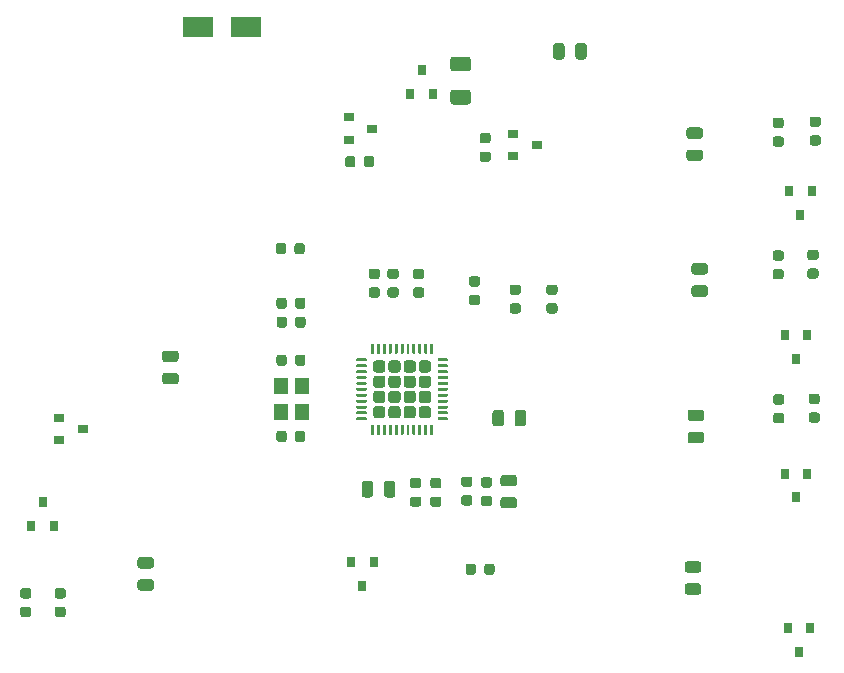
<source format=gbp>
G04 #@! TF.GenerationSoftware,KiCad,Pcbnew,5.1.7-a382d34a8~87~ubuntu20.04.1*
G04 #@! TF.CreationDate,2020-11-13T16:05:12-05:00*
G04 #@! TF.ProjectId,atmega32u4_hub_pcb_1_3,61746d65-6761-4333-9275-345f6875625f,1.3*
G04 #@! TF.SameCoordinates,Original*
G04 #@! TF.FileFunction,Paste,Bot*
G04 #@! TF.FilePolarity,Positive*
%FSLAX46Y46*%
G04 Gerber Fmt 4.6, Leading zero omitted, Abs format (unit mm)*
G04 Created by KiCad (PCBNEW 5.1.7-a382d34a8~87~ubuntu20.04.1) date 2020-11-13 16:05:12*
%MOMM*%
%LPD*%
G01*
G04 APERTURE LIST*
%ADD10R,0.900000X0.800000*%
%ADD11R,0.800000X0.900000*%
%ADD12R,1.200000X1.400000*%
%ADD13R,2.500000X1.800000*%
G04 APERTURE END LIST*
G36*
G01*
X145629900Y-109259600D02*
X145504900Y-109259600D01*
G75*
G02*
X145442400Y-109197100I0J62500D01*
G01*
X145442400Y-108447100D01*
G75*
G02*
X145504900Y-108384600I62500J0D01*
G01*
X145629900Y-108384600D01*
G75*
G02*
X145692400Y-108447100I0J-62500D01*
G01*
X145692400Y-109197100D01*
G75*
G02*
X145629900Y-109259600I-62500J0D01*
G01*
G37*
G36*
G01*
X145129900Y-109259600D02*
X145004900Y-109259600D01*
G75*
G02*
X144942400Y-109197100I0J62500D01*
G01*
X144942400Y-108447100D01*
G75*
G02*
X145004900Y-108384600I62500J0D01*
G01*
X145129900Y-108384600D01*
G75*
G02*
X145192400Y-108447100I0J-62500D01*
G01*
X145192400Y-109197100D01*
G75*
G02*
X145129900Y-109259600I-62500J0D01*
G01*
G37*
G36*
G01*
X144629900Y-109259600D02*
X144504900Y-109259600D01*
G75*
G02*
X144442400Y-109197100I0J62500D01*
G01*
X144442400Y-108447100D01*
G75*
G02*
X144504900Y-108384600I62500J0D01*
G01*
X144629900Y-108384600D01*
G75*
G02*
X144692400Y-108447100I0J-62500D01*
G01*
X144692400Y-109197100D01*
G75*
G02*
X144629900Y-109259600I-62500J0D01*
G01*
G37*
G36*
G01*
X144129900Y-109259600D02*
X144004900Y-109259600D01*
G75*
G02*
X143942400Y-109197100I0J62500D01*
G01*
X143942400Y-108447100D01*
G75*
G02*
X144004900Y-108384600I62500J0D01*
G01*
X144129900Y-108384600D01*
G75*
G02*
X144192400Y-108447100I0J-62500D01*
G01*
X144192400Y-109197100D01*
G75*
G02*
X144129900Y-109259600I-62500J0D01*
G01*
G37*
G36*
G01*
X143629900Y-109259600D02*
X143504900Y-109259600D01*
G75*
G02*
X143442400Y-109197100I0J62500D01*
G01*
X143442400Y-108447100D01*
G75*
G02*
X143504900Y-108384600I62500J0D01*
G01*
X143629900Y-108384600D01*
G75*
G02*
X143692400Y-108447100I0J-62500D01*
G01*
X143692400Y-109197100D01*
G75*
G02*
X143629900Y-109259600I-62500J0D01*
G01*
G37*
G36*
G01*
X143129900Y-109259600D02*
X143004900Y-109259600D01*
G75*
G02*
X142942400Y-109197100I0J62500D01*
G01*
X142942400Y-108447100D01*
G75*
G02*
X143004900Y-108384600I62500J0D01*
G01*
X143129900Y-108384600D01*
G75*
G02*
X143192400Y-108447100I0J-62500D01*
G01*
X143192400Y-109197100D01*
G75*
G02*
X143129900Y-109259600I-62500J0D01*
G01*
G37*
G36*
G01*
X142629900Y-109259600D02*
X142504900Y-109259600D01*
G75*
G02*
X142442400Y-109197100I0J62500D01*
G01*
X142442400Y-108447100D01*
G75*
G02*
X142504900Y-108384600I62500J0D01*
G01*
X142629900Y-108384600D01*
G75*
G02*
X142692400Y-108447100I0J-62500D01*
G01*
X142692400Y-109197100D01*
G75*
G02*
X142629900Y-109259600I-62500J0D01*
G01*
G37*
G36*
G01*
X142129900Y-109259600D02*
X142004900Y-109259600D01*
G75*
G02*
X141942400Y-109197100I0J62500D01*
G01*
X141942400Y-108447100D01*
G75*
G02*
X142004900Y-108384600I62500J0D01*
G01*
X142129900Y-108384600D01*
G75*
G02*
X142192400Y-108447100I0J-62500D01*
G01*
X142192400Y-109197100D01*
G75*
G02*
X142129900Y-109259600I-62500J0D01*
G01*
G37*
G36*
G01*
X141629900Y-109259600D02*
X141504900Y-109259600D01*
G75*
G02*
X141442400Y-109197100I0J62500D01*
G01*
X141442400Y-108447100D01*
G75*
G02*
X141504900Y-108384600I62500J0D01*
G01*
X141629900Y-108384600D01*
G75*
G02*
X141692400Y-108447100I0J-62500D01*
G01*
X141692400Y-109197100D01*
G75*
G02*
X141629900Y-109259600I-62500J0D01*
G01*
G37*
G36*
G01*
X141129900Y-109259600D02*
X141004900Y-109259600D01*
G75*
G02*
X140942400Y-109197100I0J62500D01*
G01*
X140942400Y-108447100D01*
G75*
G02*
X141004900Y-108384600I62500J0D01*
G01*
X141129900Y-108384600D01*
G75*
G02*
X141192400Y-108447100I0J-62500D01*
G01*
X141192400Y-109197100D01*
G75*
G02*
X141129900Y-109259600I-62500J0D01*
G01*
G37*
G36*
G01*
X140629900Y-109259600D02*
X140504900Y-109259600D01*
G75*
G02*
X140442400Y-109197100I0J62500D01*
G01*
X140442400Y-108447100D01*
G75*
G02*
X140504900Y-108384600I62500J0D01*
G01*
X140629900Y-108384600D01*
G75*
G02*
X140692400Y-108447100I0J-62500D01*
G01*
X140692400Y-109197100D01*
G75*
G02*
X140629900Y-109259600I-62500J0D01*
G01*
G37*
G36*
G01*
X140004900Y-108009600D02*
X139254900Y-108009600D01*
G75*
G02*
X139192400Y-107947100I0J62500D01*
G01*
X139192400Y-107822100D01*
G75*
G02*
X139254900Y-107759600I62500J0D01*
G01*
X140004900Y-107759600D01*
G75*
G02*
X140067400Y-107822100I0J-62500D01*
G01*
X140067400Y-107947100D01*
G75*
G02*
X140004900Y-108009600I-62500J0D01*
G01*
G37*
G36*
G01*
X140004900Y-107509600D02*
X139254900Y-107509600D01*
G75*
G02*
X139192400Y-107447100I0J62500D01*
G01*
X139192400Y-107322100D01*
G75*
G02*
X139254900Y-107259600I62500J0D01*
G01*
X140004900Y-107259600D01*
G75*
G02*
X140067400Y-107322100I0J-62500D01*
G01*
X140067400Y-107447100D01*
G75*
G02*
X140004900Y-107509600I-62500J0D01*
G01*
G37*
G36*
G01*
X140004900Y-107009600D02*
X139254900Y-107009600D01*
G75*
G02*
X139192400Y-106947100I0J62500D01*
G01*
X139192400Y-106822100D01*
G75*
G02*
X139254900Y-106759600I62500J0D01*
G01*
X140004900Y-106759600D01*
G75*
G02*
X140067400Y-106822100I0J-62500D01*
G01*
X140067400Y-106947100D01*
G75*
G02*
X140004900Y-107009600I-62500J0D01*
G01*
G37*
G36*
G01*
X140004900Y-106509600D02*
X139254900Y-106509600D01*
G75*
G02*
X139192400Y-106447100I0J62500D01*
G01*
X139192400Y-106322100D01*
G75*
G02*
X139254900Y-106259600I62500J0D01*
G01*
X140004900Y-106259600D01*
G75*
G02*
X140067400Y-106322100I0J-62500D01*
G01*
X140067400Y-106447100D01*
G75*
G02*
X140004900Y-106509600I-62500J0D01*
G01*
G37*
G36*
G01*
X140004900Y-106009600D02*
X139254900Y-106009600D01*
G75*
G02*
X139192400Y-105947100I0J62500D01*
G01*
X139192400Y-105822100D01*
G75*
G02*
X139254900Y-105759600I62500J0D01*
G01*
X140004900Y-105759600D01*
G75*
G02*
X140067400Y-105822100I0J-62500D01*
G01*
X140067400Y-105947100D01*
G75*
G02*
X140004900Y-106009600I-62500J0D01*
G01*
G37*
G36*
G01*
X140004900Y-105509600D02*
X139254900Y-105509600D01*
G75*
G02*
X139192400Y-105447100I0J62500D01*
G01*
X139192400Y-105322100D01*
G75*
G02*
X139254900Y-105259600I62500J0D01*
G01*
X140004900Y-105259600D01*
G75*
G02*
X140067400Y-105322100I0J-62500D01*
G01*
X140067400Y-105447100D01*
G75*
G02*
X140004900Y-105509600I-62500J0D01*
G01*
G37*
G36*
G01*
X140004900Y-105009600D02*
X139254900Y-105009600D01*
G75*
G02*
X139192400Y-104947100I0J62500D01*
G01*
X139192400Y-104822100D01*
G75*
G02*
X139254900Y-104759600I62500J0D01*
G01*
X140004900Y-104759600D01*
G75*
G02*
X140067400Y-104822100I0J-62500D01*
G01*
X140067400Y-104947100D01*
G75*
G02*
X140004900Y-105009600I-62500J0D01*
G01*
G37*
G36*
G01*
X140004900Y-104509600D02*
X139254900Y-104509600D01*
G75*
G02*
X139192400Y-104447100I0J62500D01*
G01*
X139192400Y-104322100D01*
G75*
G02*
X139254900Y-104259600I62500J0D01*
G01*
X140004900Y-104259600D01*
G75*
G02*
X140067400Y-104322100I0J-62500D01*
G01*
X140067400Y-104447100D01*
G75*
G02*
X140004900Y-104509600I-62500J0D01*
G01*
G37*
G36*
G01*
X140004900Y-104009600D02*
X139254900Y-104009600D01*
G75*
G02*
X139192400Y-103947100I0J62500D01*
G01*
X139192400Y-103822100D01*
G75*
G02*
X139254900Y-103759600I62500J0D01*
G01*
X140004900Y-103759600D01*
G75*
G02*
X140067400Y-103822100I0J-62500D01*
G01*
X140067400Y-103947100D01*
G75*
G02*
X140004900Y-104009600I-62500J0D01*
G01*
G37*
G36*
G01*
X140004900Y-103509600D02*
X139254900Y-103509600D01*
G75*
G02*
X139192400Y-103447100I0J62500D01*
G01*
X139192400Y-103322100D01*
G75*
G02*
X139254900Y-103259600I62500J0D01*
G01*
X140004900Y-103259600D01*
G75*
G02*
X140067400Y-103322100I0J-62500D01*
G01*
X140067400Y-103447100D01*
G75*
G02*
X140004900Y-103509600I-62500J0D01*
G01*
G37*
G36*
G01*
X140004900Y-103009600D02*
X139254900Y-103009600D01*
G75*
G02*
X139192400Y-102947100I0J62500D01*
G01*
X139192400Y-102822100D01*
G75*
G02*
X139254900Y-102759600I62500J0D01*
G01*
X140004900Y-102759600D01*
G75*
G02*
X140067400Y-102822100I0J-62500D01*
G01*
X140067400Y-102947100D01*
G75*
G02*
X140004900Y-103009600I-62500J0D01*
G01*
G37*
G36*
G01*
X140629900Y-102384600D02*
X140504900Y-102384600D01*
G75*
G02*
X140442400Y-102322100I0J62500D01*
G01*
X140442400Y-101572100D01*
G75*
G02*
X140504900Y-101509600I62500J0D01*
G01*
X140629900Y-101509600D01*
G75*
G02*
X140692400Y-101572100I0J-62500D01*
G01*
X140692400Y-102322100D01*
G75*
G02*
X140629900Y-102384600I-62500J0D01*
G01*
G37*
G36*
G01*
X141129900Y-102384600D02*
X141004900Y-102384600D01*
G75*
G02*
X140942400Y-102322100I0J62500D01*
G01*
X140942400Y-101572100D01*
G75*
G02*
X141004900Y-101509600I62500J0D01*
G01*
X141129900Y-101509600D01*
G75*
G02*
X141192400Y-101572100I0J-62500D01*
G01*
X141192400Y-102322100D01*
G75*
G02*
X141129900Y-102384600I-62500J0D01*
G01*
G37*
G36*
G01*
X141629900Y-102384600D02*
X141504900Y-102384600D01*
G75*
G02*
X141442400Y-102322100I0J62500D01*
G01*
X141442400Y-101572100D01*
G75*
G02*
X141504900Y-101509600I62500J0D01*
G01*
X141629900Y-101509600D01*
G75*
G02*
X141692400Y-101572100I0J-62500D01*
G01*
X141692400Y-102322100D01*
G75*
G02*
X141629900Y-102384600I-62500J0D01*
G01*
G37*
G36*
G01*
X142129900Y-102384600D02*
X142004900Y-102384600D01*
G75*
G02*
X141942400Y-102322100I0J62500D01*
G01*
X141942400Y-101572100D01*
G75*
G02*
X142004900Y-101509600I62500J0D01*
G01*
X142129900Y-101509600D01*
G75*
G02*
X142192400Y-101572100I0J-62500D01*
G01*
X142192400Y-102322100D01*
G75*
G02*
X142129900Y-102384600I-62500J0D01*
G01*
G37*
G36*
G01*
X142629900Y-102384600D02*
X142504900Y-102384600D01*
G75*
G02*
X142442400Y-102322100I0J62500D01*
G01*
X142442400Y-101572100D01*
G75*
G02*
X142504900Y-101509600I62500J0D01*
G01*
X142629900Y-101509600D01*
G75*
G02*
X142692400Y-101572100I0J-62500D01*
G01*
X142692400Y-102322100D01*
G75*
G02*
X142629900Y-102384600I-62500J0D01*
G01*
G37*
G36*
G01*
X143129900Y-102384600D02*
X143004900Y-102384600D01*
G75*
G02*
X142942400Y-102322100I0J62500D01*
G01*
X142942400Y-101572100D01*
G75*
G02*
X143004900Y-101509600I62500J0D01*
G01*
X143129900Y-101509600D01*
G75*
G02*
X143192400Y-101572100I0J-62500D01*
G01*
X143192400Y-102322100D01*
G75*
G02*
X143129900Y-102384600I-62500J0D01*
G01*
G37*
G36*
G01*
X143629900Y-102384600D02*
X143504900Y-102384600D01*
G75*
G02*
X143442400Y-102322100I0J62500D01*
G01*
X143442400Y-101572100D01*
G75*
G02*
X143504900Y-101509600I62500J0D01*
G01*
X143629900Y-101509600D01*
G75*
G02*
X143692400Y-101572100I0J-62500D01*
G01*
X143692400Y-102322100D01*
G75*
G02*
X143629900Y-102384600I-62500J0D01*
G01*
G37*
G36*
G01*
X144129900Y-102384600D02*
X144004900Y-102384600D01*
G75*
G02*
X143942400Y-102322100I0J62500D01*
G01*
X143942400Y-101572100D01*
G75*
G02*
X144004900Y-101509600I62500J0D01*
G01*
X144129900Y-101509600D01*
G75*
G02*
X144192400Y-101572100I0J-62500D01*
G01*
X144192400Y-102322100D01*
G75*
G02*
X144129900Y-102384600I-62500J0D01*
G01*
G37*
G36*
G01*
X144629900Y-102384600D02*
X144504900Y-102384600D01*
G75*
G02*
X144442400Y-102322100I0J62500D01*
G01*
X144442400Y-101572100D01*
G75*
G02*
X144504900Y-101509600I62500J0D01*
G01*
X144629900Y-101509600D01*
G75*
G02*
X144692400Y-101572100I0J-62500D01*
G01*
X144692400Y-102322100D01*
G75*
G02*
X144629900Y-102384600I-62500J0D01*
G01*
G37*
G36*
G01*
X145129900Y-102384600D02*
X145004900Y-102384600D01*
G75*
G02*
X144942400Y-102322100I0J62500D01*
G01*
X144942400Y-101572100D01*
G75*
G02*
X145004900Y-101509600I62500J0D01*
G01*
X145129900Y-101509600D01*
G75*
G02*
X145192400Y-101572100I0J-62500D01*
G01*
X145192400Y-102322100D01*
G75*
G02*
X145129900Y-102384600I-62500J0D01*
G01*
G37*
G36*
G01*
X145629900Y-102384600D02*
X145504900Y-102384600D01*
G75*
G02*
X145442400Y-102322100I0J62500D01*
G01*
X145442400Y-101572100D01*
G75*
G02*
X145504900Y-101509600I62500J0D01*
G01*
X145629900Y-101509600D01*
G75*
G02*
X145692400Y-101572100I0J-62500D01*
G01*
X145692400Y-102322100D01*
G75*
G02*
X145629900Y-102384600I-62500J0D01*
G01*
G37*
G36*
G01*
X146879900Y-103009600D02*
X146129900Y-103009600D01*
G75*
G02*
X146067400Y-102947100I0J62500D01*
G01*
X146067400Y-102822100D01*
G75*
G02*
X146129900Y-102759600I62500J0D01*
G01*
X146879900Y-102759600D01*
G75*
G02*
X146942400Y-102822100I0J-62500D01*
G01*
X146942400Y-102947100D01*
G75*
G02*
X146879900Y-103009600I-62500J0D01*
G01*
G37*
G36*
G01*
X146879900Y-103509600D02*
X146129900Y-103509600D01*
G75*
G02*
X146067400Y-103447100I0J62500D01*
G01*
X146067400Y-103322100D01*
G75*
G02*
X146129900Y-103259600I62500J0D01*
G01*
X146879900Y-103259600D01*
G75*
G02*
X146942400Y-103322100I0J-62500D01*
G01*
X146942400Y-103447100D01*
G75*
G02*
X146879900Y-103509600I-62500J0D01*
G01*
G37*
G36*
G01*
X146879900Y-104009600D02*
X146129900Y-104009600D01*
G75*
G02*
X146067400Y-103947100I0J62500D01*
G01*
X146067400Y-103822100D01*
G75*
G02*
X146129900Y-103759600I62500J0D01*
G01*
X146879900Y-103759600D01*
G75*
G02*
X146942400Y-103822100I0J-62500D01*
G01*
X146942400Y-103947100D01*
G75*
G02*
X146879900Y-104009600I-62500J0D01*
G01*
G37*
G36*
G01*
X146879900Y-104509600D02*
X146129900Y-104509600D01*
G75*
G02*
X146067400Y-104447100I0J62500D01*
G01*
X146067400Y-104322100D01*
G75*
G02*
X146129900Y-104259600I62500J0D01*
G01*
X146879900Y-104259600D01*
G75*
G02*
X146942400Y-104322100I0J-62500D01*
G01*
X146942400Y-104447100D01*
G75*
G02*
X146879900Y-104509600I-62500J0D01*
G01*
G37*
G36*
G01*
X146879900Y-105009600D02*
X146129900Y-105009600D01*
G75*
G02*
X146067400Y-104947100I0J62500D01*
G01*
X146067400Y-104822100D01*
G75*
G02*
X146129900Y-104759600I62500J0D01*
G01*
X146879900Y-104759600D01*
G75*
G02*
X146942400Y-104822100I0J-62500D01*
G01*
X146942400Y-104947100D01*
G75*
G02*
X146879900Y-105009600I-62500J0D01*
G01*
G37*
G36*
G01*
X146879900Y-105509600D02*
X146129900Y-105509600D01*
G75*
G02*
X146067400Y-105447100I0J62500D01*
G01*
X146067400Y-105322100D01*
G75*
G02*
X146129900Y-105259600I62500J0D01*
G01*
X146879900Y-105259600D01*
G75*
G02*
X146942400Y-105322100I0J-62500D01*
G01*
X146942400Y-105447100D01*
G75*
G02*
X146879900Y-105509600I-62500J0D01*
G01*
G37*
G36*
G01*
X146879900Y-106009600D02*
X146129900Y-106009600D01*
G75*
G02*
X146067400Y-105947100I0J62500D01*
G01*
X146067400Y-105822100D01*
G75*
G02*
X146129900Y-105759600I62500J0D01*
G01*
X146879900Y-105759600D01*
G75*
G02*
X146942400Y-105822100I0J-62500D01*
G01*
X146942400Y-105947100D01*
G75*
G02*
X146879900Y-106009600I-62500J0D01*
G01*
G37*
G36*
G01*
X146879900Y-106509600D02*
X146129900Y-106509600D01*
G75*
G02*
X146067400Y-106447100I0J62500D01*
G01*
X146067400Y-106322100D01*
G75*
G02*
X146129900Y-106259600I62500J0D01*
G01*
X146879900Y-106259600D01*
G75*
G02*
X146942400Y-106322100I0J-62500D01*
G01*
X146942400Y-106447100D01*
G75*
G02*
X146879900Y-106509600I-62500J0D01*
G01*
G37*
G36*
G01*
X146879900Y-107009600D02*
X146129900Y-107009600D01*
G75*
G02*
X146067400Y-106947100I0J62500D01*
G01*
X146067400Y-106822100D01*
G75*
G02*
X146129900Y-106759600I62500J0D01*
G01*
X146879900Y-106759600D01*
G75*
G02*
X146942400Y-106822100I0J-62500D01*
G01*
X146942400Y-106947100D01*
G75*
G02*
X146879900Y-107009600I-62500J0D01*
G01*
G37*
G36*
G01*
X146879900Y-107509600D02*
X146129900Y-107509600D01*
G75*
G02*
X146067400Y-107447100I0J62500D01*
G01*
X146067400Y-107322100D01*
G75*
G02*
X146129900Y-107259600I62500J0D01*
G01*
X146879900Y-107259600D01*
G75*
G02*
X146942400Y-107322100I0J-62500D01*
G01*
X146942400Y-107447100D01*
G75*
G02*
X146879900Y-107509600I-62500J0D01*
G01*
G37*
G36*
G01*
X146879900Y-108009600D02*
X146129900Y-108009600D01*
G75*
G02*
X146067400Y-107947100I0J62500D01*
G01*
X146067400Y-107822100D01*
G75*
G02*
X146129900Y-107759600I62500J0D01*
G01*
X146879900Y-107759600D01*
G75*
G02*
X146942400Y-107822100I0J-62500D01*
G01*
X146942400Y-107947100D01*
G75*
G02*
X146879900Y-108009600I-62500J0D01*
G01*
G37*
G36*
G01*
X145272400Y-107839600D02*
X144732400Y-107839600D01*
G75*
G02*
X144482400Y-107589600I0J250000D01*
G01*
X144482400Y-107049600D01*
G75*
G02*
X144732400Y-106799600I250000J0D01*
G01*
X145272400Y-106799600D01*
G75*
G02*
X145522400Y-107049600I0J-250000D01*
G01*
X145522400Y-107589600D01*
G75*
G02*
X145272400Y-107839600I-250000J0D01*
G01*
G37*
G36*
G01*
X143982400Y-107839600D02*
X143442400Y-107839600D01*
G75*
G02*
X143192400Y-107589600I0J250000D01*
G01*
X143192400Y-107049600D01*
G75*
G02*
X143442400Y-106799600I250000J0D01*
G01*
X143982400Y-106799600D01*
G75*
G02*
X144232400Y-107049600I0J-250000D01*
G01*
X144232400Y-107589600D01*
G75*
G02*
X143982400Y-107839600I-250000J0D01*
G01*
G37*
G36*
G01*
X142692400Y-107839600D02*
X142152400Y-107839600D01*
G75*
G02*
X141902400Y-107589600I0J250000D01*
G01*
X141902400Y-107049600D01*
G75*
G02*
X142152400Y-106799600I250000J0D01*
G01*
X142692400Y-106799600D01*
G75*
G02*
X142942400Y-107049600I0J-250000D01*
G01*
X142942400Y-107589600D01*
G75*
G02*
X142692400Y-107839600I-250000J0D01*
G01*
G37*
G36*
G01*
X141402400Y-107839600D02*
X140862400Y-107839600D01*
G75*
G02*
X140612400Y-107589600I0J250000D01*
G01*
X140612400Y-107049600D01*
G75*
G02*
X140862400Y-106799600I250000J0D01*
G01*
X141402400Y-106799600D01*
G75*
G02*
X141652400Y-107049600I0J-250000D01*
G01*
X141652400Y-107589600D01*
G75*
G02*
X141402400Y-107839600I-250000J0D01*
G01*
G37*
G36*
G01*
X145272400Y-106549600D02*
X144732400Y-106549600D01*
G75*
G02*
X144482400Y-106299600I0J250000D01*
G01*
X144482400Y-105759600D01*
G75*
G02*
X144732400Y-105509600I250000J0D01*
G01*
X145272400Y-105509600D01*
G75*
G02*
X145522400Y-105759600I0J-250000D01*
G01*
X145522400Y-106299600D01*
G75*
G02*
X145272400Y-106549600I-250000J0D01*
G01*
G37*
G36*
G01*
X143982400Y-106549600D02*
X143442400Y-106549600D01*
G75*
G02*
X143192400Y-106299600I0J250000D01*
G01*
X143192400Y-105759600D01*
G75*
G02*
X143442400Y-105509600I250000J0D01*
G01*
X143982400Y-105509600D01*
G75*
G02*
X144232400Y-105759600I0J-250000D01*
G01*
X144232400Y-106299600D01*
G75*
G02*
X143982400Y-106549600I-250000J0D01*
G01*
G37*
G36*
G01*
X142692400Y-106549600D02*
X142152400Y-106549600D01*
G75*
G02*
X141902400Y-106299600I0J250000D01*
G01*
X141902400Y-105759600D01*
G75*
G02*
X142152400Y-105509600I250000J0D01*
G01*
X142692400Y-105509600D01*
G75*
G02*
X142942400Y-105759600I0J-250000D01*
G01*
X142942400Y-106299600D01*
G75*
G02*
X142692400Y-106549600I-250000J0D01*
G01*
G37*
G36*
G01*
X141402400Y-106549600D02*
X140862400Y-106549600D01*
G75*
G02*
X140612400Y-106299600I0J250000D01*
G01*
X140612400Y-105759600D01*
G75*
G02*
X140862400Y-105509600I250000J0D01*
G01*
X141402400Y-105509600D01*
G75*
G02*
X141652400Y-105759600I0J-250000D01*
G01*
X141652400Y-106299600D01*
G75*
G02*
X141402400Y-106549600I-250000J0D01*
G01*
G37*
G36*
G01*
X145272400Y-105259600D02*
X144732400Y-105259600D01*
G75*
G02*
X144482400Y-105009600I0J250000D01*
G01*
X144482400Y-104469600D01*
G75*
G02*
X144732400Y-104219600I250000J0D01*
G01*
X145272400Y-104219600D01*
G75*
G02*
X145522400Y-104469600I0J-250000D01*
G01*
X145522400Y-105009600D01*
G75*
G02*
X145272400Y-105259600I-250000J0D01*
G01*
G37*
G36*
G01*
X143982400Y-105259600D02*
X143442400Y-105259600D01*
G75*
G02*
X143192400Y-105009600I0J250000D01*
G01*
X143192400Y-104469600D01*
G75*
G02*
X143442400Y-104219600I250000J0D01*
G01*
X143982400Y-104219600D01*
G75*
G02*
X144232400Y-104469600I0J-250000D01*
G01*
X144232400Y-105009600D01*
G75*
G02*
X143982400Y-105259600I-250000J0D01*
G01*
G37*
G36*
G01*
X142692400Y-105259600D02*
X142152400Y-105259600D01*
G75*
G02*
X141902400Y-105009600I0J250000D01*
G01*
X141902400Y-104469600D01*
G75*
G02*
X142152400Y-104219600I250000J0D01*
G01*
X142692400Y-104219600D01*
G75*
G02*
X142942400Y-104469600I0J-250000D01*
G01*
X142942400Y-105009600D01*
G75*
G02*
X142692400Y-105259600I-250000J0D01*
G01*
G37*
G36*
G01*
X141402400Y-105259600D02*
X140862400Y-105259600D01*
G75*
G02*
X140612400Y-105009600I0J250000D01*
G01*
X140612400Y-104469600D01*
G75*
G02*
X140862400Y-104219600I250000J0D01*
G01*
X141402400Y-104219600D01*
G75*
G02*
X141652400Y-104469600I0J-250000D01*
G01*
X141652400Y-105009600D01*
G75*
G02*
X141402400Y-105259600I-250000J0D01*
G01*
G37*
G36*
G01*
X145272400Y-103969600D02*
X144732400Y-103969600D01*
G75*
G02*
X144482400Y-103719600I0J250000D01*
G01*
X144482400Y-103179600D01*
G75*
G02*
X144732400Y-102929600I250000J0D01*
G01*
X145272400Y-102929600D01*
G75*
G02*
X145522400Y-103179600I0J-250000D01*
G01*
X145522400Y-103719600D01*
G75*
G02*
X145272400Y-103969600I-250000J0D01*
G01*
G37*
G36*
G01*
X143982400Y-103969600D02*
X143442400Y-103969600D01*
G75*
G02*
X143192400Y-103719600I0J250000D01*
G01*
X143192400Y-103179600D01*
G75*
G02*
X143442400Y-102929600I250000J0D01*
G01*
X143982400Y-102929600D01*
G75*
G02*
X144232400Y-103179600I0J-250000D01*
G01*
X144232400Y-103719600D01*
G75*
G02*
X143982400Y-103969600I-250000J0D01*
G01*
G37*
G36*
G01*
X142692400Y-103969600D02*
X142152400Y-103969600D01*
G75*
G02*
X141902400Y-103719600I0J250000D01*
G01*
X141902400Y-103179600D01*
G75*
G02*
X142152400Y-102929600I250000J0D01*
G01*
X142692400Y-102929600D01*
G75*
G02*
X142942400Y-103179600I0J-250000D01*
G01*
X142942400Y-103719600D01*
G75*
G02*
X142692400Y-103969600I-250000J0D01*
G01*
G37*
G36*
G01*
X141402400Y-103969600D02*
X140862400Y-103969600D01*
G75*
G02*
X140612400Y-103719600I0J250000D01*
G01*
X140612400Y-103179600D01*
G75*
G02*
X140862400Y-102929600I250000J0D01*
G01*
X141402400Y-102929600D01*
G75*
G02*
X141652400Y-103179600I0J-250000D01*
G01*
X141652400Y-103719600D01*
G75*
G02*
X141402400Y-103969600I-250000J0D01*
G01*
G37*
G36*
G01*
X139821400Y-86362250D02*
X139821400Y-85849750D01*
G75*
G02*
X140040150Y-85631000I218750J0D01*
G01*
X140477650Y-85631000D01*
G75*
G02*
X140696400Y-85849750I0J-218750D01*
G01*
X140696400Y-86362250D01*
G75*
G02*
X140477650Y-86581000I-218750J0D01*
G01*
X140040150Y-86581000D01*
G75*
G02*
X139821400Y-86362250I0J218750D01*
G01*
G37*
G36*
G01*
X138246400Y-86362250D02*
X138246400Y-85849750D01*
G75*
G02*
X138465150Y-85631000I218750J0D01*
G01*
X138902650Y-85631000D01*
G75*
G02*
X139121400Y-85849750I0J-218750D01*
G01*
X139121400Y-86362250D01*
G75*
G02*
X138902650Y-86581000I-218750J0D01*
G01*
X138465150Y-86581000D01*
G75*
G02*
X138246400Y-86362250I0J218750D01*
G01*
G37*
G36*
G01*
X111457450Y-123094000D02*
X110944950Y-123094000D01*
G75*
G02*
X110726200Y-122875250I0J218750D01*
G01*
X110726200Y-122437750D01*
G75*
G02*
X110944950Y-122219000I218750J0D01*
G01*
X111457450Y-122219000D01*
G75*
G02*
X111676200Y-122437750I0J-218750D01*
G01*
X111676200Y-122875250D01*
G75*
G02*
X111457450Y-123094000I-218750J0D01*
G01*
G37*
G36*
G01*
X111457450Y-124669000D02*
X110944950Y-124669000D01*
G75*
G02*
X110726200Y-124450250I0J218750D01*
G01*
X110726200Y-124012750D01*
G75*
G02*
X110944950Y-123794000I218750J0D01*
G01*
X111457450Y-123794000D01*
G75*
G02*
X111676200Y-124012750I0J-218750D01*
G01*
X111676200Y-124450250D01*
G75*
G02*
X111457450Y-124669000I-218750J0D01*
G01*
G37*
G36*
G01*
X114378450Y-123094000D02*
X113865950Y-123094000D01*
G75*
G02*
X113647200Y-122875250I0J218750D01*
G01*
X113647200Y-122437750D01*
G75*
G02*
X113865950Y-122219000I218750J0D01*
G01*
X114378450Y-122219000D01*
G75*
G02*
X114597200Y-122437750I0J-218750D01*
G01*
X114597200Y-122875250D01*
G75*
G02*
X114378450Y-123094000I-218750J0D01*
G01*
G37*
G36*
G01*
X114378450Y-124669000D02*
X113865950Y-124669000D01*
G75*
G02*
X113647200Y-124450250I0J218750D01*
G01*
X113647200Y-124012750D01*
G75*
G02*
X113865950Y-123794000I218750J0D01*
G01*
X114378450Y-123794000D01*
G75*
G02*
X114597200Y-124012750I0J-218750D01*
G01*
X114597200Y-124450250D01*
G75*
G02*
X114378450Y-124669000I-218750J0D01*
G01*
G37*
G36*
G01*
X178310250Y-83165200D02*
X177797750Y-83165200D01*
G75*
G02*
X177579000Y-82946450I0J218750D01*
G01*
X177579000Y-82508950D01*
G75*
G02*
X177797750Y-82290200I218750J0D01*
G01*
X178310250Y-82290200D01*
G75*
G02*
X178529000Y-82508950I0J-218750D01*
G01*
X178529000Y-82946450D01*
G75*
G02*
X178310250Y-83165200I-218750J0D01*
G01*
G37*
G36*
G01*
X178310250Y-84740200D02*
X177797750Y-84740200D01*
G75*
G02*
X177579000Y-84521450I0J218750D01*
G01*
X177579000Y-84083950D01*
G75*
G02*
X177797750Y-83865200I218750J0D01*
G01*
X178310250Y-83865200D01*
G75*
G02*
X178529000Y-84083950I0J-218750D01*
G01*
X178529000Y-84521450D01*
G75*
G02*
X178310250Y-84740200I-218750J0D01*
G01*
G37*
D10*
X116011200Y-108762800D03*
X114011200Y-107812800D03*
X114011200Y-109712800D03*
G36*
G01*
X168147050Y-120911200D02*
X167234550Y-120911200D01*
G75*
G02*
X166990800Y-120667450I0J243750D01*
G01*
X166990800Y-120179950D01*
G75*
G02*
X167234550Y-119936200I243750J0D01*
G01*
X168147050Y-119936200D01*
G75*
G02*
X168390800Y-120179950I0J-243750D01*
G01*
X168390800Y-120667450D01*
G75*
G02*
X168147050Y-120911200I-243750J0D01*
G01*
G37*
G36*
G01*
X168147050Y-122786200D02*
X167234550Y-122786200D01*
G75*
G02*
X166990800Y-122542450I0J243750D01*
G01*
X166990800Y-122054950D01*
G75*
G02*
X167234550Y-121811200I243750J0D01*
G01*
X168147050Y-121811200D01*
G75*
G02*
X168390800Y-122054950I0J-243750D01*
G01*
X168390800Y-122542450D01*
G75*
G02*
X168147050Y-122786200I-243750J0D01*
G01*
G37*
D11*
X176682400Y-127593600D03*
X177632400Y-125593600D03*
X175732400Y-125593600D03*
G36*
G01*
X157726800Y-77215050D02*
X157726800Y-76302550D01*
G75*
G02*
X157970550Y-76058800I243750J0D01*
G01*
X158458050Y-76058800D01*
G75*
G02*
X158701800Y-76302550I0J-243750D01*
G01*
X158701800Y-77215050D01*
G75*
G02*
X158458050Y-77458800I-243750J0D01*
G01*
X157970550Y-77458800D01*
G75*
G02*
X157726800Y-77215050I0J243750D01*
G01*
G37*
G36*
G01*
X155851800Y-77215050D02*
X155851800Y-76302550D01*
G75*
G02*
X156095550Y-76058800I243750J0D01*
G01*
X156583050Y-76058800D01*
G75*
G02*
X156826800Y-76302550I0J-243750D01*
G01*
X156826800Y-77215050D01*
G75*
G02*
X156583050Y-77458800I-243750J0D01*
G01*
X156095550Y-77458800D01*
G75*
G02*
X155851800Y-77215050I0J243750D01*
G01*
G37*
D10*
X140547600Y-83312000D03*
X138547600Y-82362000D03*
X138547600Y-84262000D03*
X154466800Y-84709000D03*
X152466800Y-83759000D03*
X152466800Y-85659000D03*
D11*
X144716500Y-78375000D03*
X143766500Y-80375000D03*
X145666500Y-80375000D03*
G36*
G01*
X147393500Y-80023000D02*
X148643500Y-80023000D01*
G75*
G02*
X148893500Y-80273000I0J-250000D01*
G01*
X148893500Y-81023000D01*
G75*
G02*
X148643500Y-81273000I-250000J0D01*
G01*
X147393500Y-81273000D01*
G75*
G02*
X147143500Y-81023000I0J250000D01*
G01*
X147143500Y-80273000D01*
G75*
G02*
X147393500Y-80023000I250000J0D01*
G01*
G37*
G36*
G01*
X147393500Y-77223000D02*
X148643500Y-77223000D01*
G75*
G02*
X148893500Y-77473000I0J-250000D01*
G01*
X148893500Y-78223000D01*
G75*
G02*
X148643500Y-78473000I-250000J0D01*
G01*
X147393500Y-78473000D01*
G75*
G02*
X147143500Y-78223000I0J250000D01*
G01*
X147143500Y-77473000D01*
G75*
G02*
X147393500Y-77223000I250000J0D01*
G01*
G37*
D12*
X134555600Y-107322800D03*
X134555600Y-105122800D03*
X132855600Y-105122800D03*
X132855600Y-107322800D03*
G36*
G01*
X145666750Y-114459500D02*
X146179250Y-114459500D01*
G75*
G02*
X146398000Y-114678250I0J-218750D01*
G01*
X146398000Y-115115750D01*
G75*
G02*
X146179250Y-115334500I-218750J0D01*
G01*
X145666750Y-115334500D01*
G75*
G02*
X145448000Y-115115750I0J218750D01*
G01*
X145448000Y-114678250D01*
G75*
G02*
X145666750Y-114459500I218750J0D01*
G01*
G37*
G36*
G01*
X145666750Y-112884500D02*
X146179250Y-112884500D01*
G75*
G02*
X146398000Y-113103250I0J-218750D01*
G01*
X146398000Y-113540750D01*
G75*
G02*
X146179250Y-113759500I-218750J0D01*
G01*
X145666750Y-113759500D01*
G75*
G02*
X145448000Y-113540750I0J218750D01*
G01*
X145448000Y-113103250D01*
G75*
G02*
X145666750Y-112884500I218750J0D01*
G01*
G37*
G36*
G01*
X143952250Y-114459500D02*
X144464750Y-114459500D01*
G75*
G02*
X144683500Y-114678250I0J-218750D01*
G01*
X144683500Y-115115750D01*
G75*
G02*
X144464750Y-115334500I-218750J0D01*
G01*
X143952250Y-115334500D01*
G75*
G02*
X143733500Y-115115750I0J218750D01*
G01*
X143733500Y-114678250D01*
G75*
G02*
X143952250Y-114459500I218750J0D01*
G01*
G37*
G36*
G01*
X143952250Y-112884500D02*
X144464750Y-112884500D01*
G75*
G02*
X144683500Y-113103250I0J-218750D01*
G01*
X144683500Y-113540750D01*
G75*
G02*
X144464750Y-113759500I-218750J0D01*
G01*
X143952250Y-113759500D01*
G75*
G02*
X143733500Y-113540750I0J218750D01*
G01*
X143733500Y-113103250D01*
G75*
G02*
X143952250Y-112884500I218750J0D01*
G01*
G37*
G36*
G01*
X149455850Y-96678000D02*
X148943350Y-96678000D01*
G75*
G02*
X148724600Y-96459250I0J218750D01*
G01*
X148724600Y-96021750D01*
G75*
G02*
X148943350Y-95803000I218750J0D01*
G01*
X149455850Y-95803000D01*
G75*
G02*
X149674600Y-96021750I0J-218750D01*
G01*
X149674600Y-96459250D01*
G75*
G02*
X149455850Y-96678000I-218750J0D01*
G01*
G37*
G36*
G01*
X149455850Y-98253000D02*
X148943350Y-98253000D01*
G75*
G02*
X148724600Y-98034250I0J218750D01*
G01*
X148724600Y-97596750D01*
G75*
G02*
X148943350Y-97378000I218750J0D01*
G01*
X149455850Y-97378000D01*
G75*
G02*
X149674600Y-97596750I0J-218750D01*
G01*
X149674600Y-98034250D01*
G75*
G02*
X149455850Y-98253000I-218750J0D01*
G01*
G37*
G36*
G01*
X133254000Y-93215750D02*
X133254000Y-93728250D01*
G75*
G02*
X133035250Y-93947000I-218750J0D01*
G01*
X132597750Y-93947000D01*
G75*
G02*
X132379000Y-93728250I0J218750D01*
G01*
X132379000Y-93215750D01*
G75*
G02*
X132597750Y-92997000I218750J0D01*
G01*
X133035250Y-92997000D01*
G75*
G02*
X133254000Y-93215750I0J-218750D01*
G01*
G37*
G36*
G01*
X134829000Y-93215750D02*
X134829000Y-93728250D01*
G75*
G02*
X134610250Y-93947000I-218750J0D01*
G01*
X134172750Y-93947000D01*
G75*
G02*
X133954000Y-93728250I0J218750D01*
G01*
X133954000Y-93215750D01*
G75*
G02*
X134172750Y-92997000I218750J0D01*
G01*
X134610250Y-92997000D01*
G75*
G02*
X134829000Y-93215750I0J-218750D01*
G01*
G37*
G36*
G01*
X155496550Y-98089200D02*
X156009050Y-98089200D01*
G75*
G02*
X156227800Y-98307950I0J-218750D01*
G01*
X156227800Y-98745450D01*
G75*
G02*
X156009050Y-98964200I-218750J0D01*
G01*
X155496550Y-98964200D01*
G75*
G02*
X155277800Y-98745450I0J218750D01*
G01*
X155277800Y-98307950D01*
G75*
G02*
X155496550Y-98089200I218750J0D01*
G01*
G37*
G36*
G01*
X155496550Y-96514200D02*
X156009050Y-96514200D01*
G75*
G02*
X156227800Y-96732950I0J-218750D01*
G01*
X156227800Y-97170450D01*
G75*
G02*
X156009050Y-97389200I-218750J0D01*
G01*
X155496550Y-97389200D01*
G75*
G02*
X155277800Y-97170450I0J218750D01*
G01*
X155277800Y-96732950D01*
G75*
G02*
X155496550Y-96514200I218750J0D01*
G01*
G37*
G36*
G01*
X133317500Y-99438750D02*
X133317500Y-99951250D01*
G75*
G02*
X133098750Y-100170000I-218750J0D01*
G01*
X132661250Y-100170000D01*
G75*
G02*
X132442500Y-99951250I0J218750D01*
G01*
X132442500Y-99438750D01*
G75*
G02*
X132661250Y-99220000I218750J0D01*
G01*
X133098750Y-99220000D01*
G75*
G02*
X133317500Y-99438750I0J-218750D01*
G01*
G37*
G36*
G01*
X134892500Y-99438750D02*
X134892500Y-99951250D01*
G75*
G02*
X134673750Y-100170000I-218750J0D01*
G01*
X134236250Y-100170000D01*
G75*
G02*
X134017500Y-99951250I0J218750D01*
G01*
X134017500Y-99438750D01*
G75*
G02*
X134236250Y-99220000I218750J0D01*
G01*
X134673750Y-99220000D01*
G75*
G02*
X134892500Y-99438750I0J-218750D01*
G01*
G37*
G36*
G01*
X150471850Y-113696000D02*
X149959350Y-113696000D01*
G75*
G02*
X149740600Y-113477250I0J218750D01*
G01*
X149740600Y-113039750D01*
G75*
G02*
X149959350Y-112821000I218750J0D01*
G01*
X150471850Y-112821000D01*
G75*
G02*
X150690600Y-113039750I0J-218750D01*
G01*
X150690600Y-113477250D01*
G75*
G02*
X150471850Y-113696000I-218750J0D01*
G01*
G37*
G36*
G01*
X150471850Y-115271000D02*
X149959350Y-115271000D01*
G75*
G02*
X149740600Y-115052250I0J218750D01*
G01*
X149740600Y-114614750D01*
G75*
G02*
X149959350Y-114396000I218750J0D01*
G01*
X150471850Y-114396000D01*
G75*
G02*
X150690600Y-114614750I0J-218750D01*
G01*
X150690600Y-115052250D01*
G75*
G02*
X150471850Y-115271000I-218750J0D01*
G01*
G37*
G36*
G01*
X149319500Y-120368350D02*
X149319500Y-120880850D01*
G75*
G02*
X149100750Y-121099600I-218750J0D01*
G01*
X148663250Y-121099600D01*
G75*
G02*
X148444500Y-120880850I0J218750D01*
G01*
X148444500Y-120368350D01*
G75*
G02*
X148663250Y-120149600I218750J0D01*
G01*
X149100750Y-120149600D01*
G75*
G02*
X149319500Y-120368350I0J-218750D01*
G01*
G37*
G36*
G01*
X150894500Y-120368350D02*
X150894500Y-120880850D01*
G75*
G02*
X150675750Y-121099600I-218750J0D01*
G01*
X150238250Y-121099600D01*
G75*
G02*
X150019500Y-120880850I0J218750D01*
G01*
X150019500Y-120368350D01*
G75*
G02*
X150238250Y-120149600I218750J0D01*
G01*
X150675750Y-120149600D01*
G75*
G02*
X150894500Y-120368350I0J-218750D01*
G01*
G37*
D11*
X139700000Y-122005600D03*
X140650000Y-120005600D03*
X138750000Y-120005600D03*
X176428400Y-114538000D03*
X177378400Y-112538000D03*
X175478400Y-112538000D03*
X176428400Y-102803200D03*
X177378400Y-100803200D03*
X175478400Y-100803200D03*
X176784000Y-90611200D03*
X177734000Y-88611200D03*
X175834000Y-88611200D03*
X112623600Y-114925600D03*
X111673600Y-116925600D03*
X113573600Y-116925600D03*
G36*
G01*
X152397750Y-98089200D02*
X152910250Y-98089200D01*
G75*
G02*
X153129000Y-98307950I0J-218750D01*
G01*
X153129000Y-98745450D01*
G75*
G02*
X152910250Y-98964200I-218750J0D01*
G01*
X152397750Y-98964200D01*
G75*
G02*
X152179000Y-98745450I0J218750D01*
G01*
X152179000Y-98307950D01*
G75*
G02*
X152397750Y-98089200I218750J0D01*
G01*
G37*
G36*
G01*
X152397750Y-96514200D02*
X152910250Y-96514200D01*
G75*
G02*
X153129000Y-96732950I0J-218750D01*
G01*
X153129000Y-97170450D01*
G75*
G02*
X152910250Y-97389200I-218750J0D01*
G01*
X152397750Y-97389200D01*
G75*
G02*
X152179000Y-97170450I0J218750D01*
G01*
X152179000Y-96732950D01*
G75*
G02*
X152397750Y-96514200I218750J0D01*
G01*
G37*
G36*
G01*
X133304800Y-97838550D02*
X133304800Y-98351050D01*
G75*
G02*
X133086050Y-98569800I-218750J0D01*
G01*
X132648550Y-98569800D01*
G75*
G02*
X132429800Y-98351050I0J218750D01*
G01*
X132429800Y-97838550D01*
G75*
G02*
X132648550Y-97619800I218750J0D01*
G01*
X133086050Y-97619800D01*
G75*
G02*
X133304800Y-97838550I0J-218750D01*
G01*
G37*
G36*
G01*
X134879800Y-97838550D02*
X134879800Y-98351050D01*
G75*
G02*
X134661050Y-98569800I-218750J0D01*
G01*
X134223550Y-98569800D01*
G75*
G02*
X134004800Y-98351050I0J218750D01*
G01*
X134004800Y-97838550D01*
G75*
G02*
X134223550Y-97619800I218750J0D01*
G01*
X134661050Y-97619800D01*
G75*
G02*
X134879800Y-97838550I0J-218750D01*
G01*
G37*
G36*
G01*
X148795450Y-115220200D02*
X148282950Y-115220200D01*
G75*
G02*
X148064200Y-115001450I0J218750D01*
G01*
X148064200Y-114563950D01*
G75*
G02*
X148282950Y-114345200I218750J0D01*
G01*
X148795450Y-114345200D01*
G75*
G02*
X149014200Y-114563950I0J-218750D01*
G01*
X149014200Y-115001450D01*
G75*
G02*
X148795450Y-115220200I-218750J0D01*
G01*
G37*
G36*
G01*
X148795450Y-113645200D02*
X148282950Y-113645200D01*
G75*
G02*
X148064200Y-113426450I0J218750D01*
G01*
X148064200Y-112988950D01*
G75*
G02*
X148282950Y-112770200I218750J0D01*
G01*
X148795450Y-112770200D01*
G75*
G02*
X149014200Y-112988950I0J-218750D01*
G01*
X149014200Y-113426450D01*
G75*
G02*
X148795450Y-113645200I-218750J0D01*
G01*
G37*
G36*
G01*
X151638950Y-114496000D02*
X152551450Y-114496000D01*
G75*
G02*
X152795200Y-114739750I0J-243750D01*
G01*
X152795200Y-115227250D01*
G75*
G02*
X152551450Y-115471000I-243750J0D01*
G01*
X151638950Y-115471000D01*
G75*
G02*
X151395200Y-115227250I0J243750D01*
G01*
X151395200Y-114739750D01*
G75*
G02*
X151638950Y-114496000I243750J0D01*
G01*
G37*
G36*
G01*
X151638950Y-112621000D02*
X152551450Y-112621000D01*
G75*
G02*
X152795200Y-112864750I0J-243750D01*
G01*
X152795200Y-113352250D01*
G75*
G02*
X152551450Y-113596000I-243750J0D01*
G01*
X151638950Y-113596000D01*
G75*
G02*
X151395200Y-113352250I0J243750D01*
G01*
X151395200Y-112864750D01*
G75*
G02*
X151638950Y-112621000I243750J0D01*
G01*
G37*
G36*
G01*
X133304800Y-102664550D02*
X133304800Y-103177050D01*
G75*
G02*
X133086050Y-103395800I-218750J0D01*
G01*
X132648550Y-103395800D01*
G75*
G02*
X132429800Y-103177050I0J218750D01*
G01*
X132429800Y-102664550D01*
G75*
G02*
X132648550Y-102445800I218750J0D01*
G01*
X133086050Y-102445800D01*
G75*
G02*
X133304800Y-102664550I0J-218750D01*
G01*
G37*
G36*
G01*
X134879800Y-102664550D02*
X134879800Y-103177050D01*
G75*
G02*
X134661050Y-103395800I-218750J0D01*
G01*
X134223550Y-103395800D01*
G75*
G02*
X134004800Y-103177050I0J218750D01*
G01*
X134004800Y-102664550D01*
G75*
G02*
X134223550Y-102445800I218750J0D01*
G01*
X134661050Y-102445800D01*
G75*
G02*
X134879800Y-102664550I0J-218750D01*
G01*
G37*
G36*
G01*
X168299450Y-84182800D02*
X167386950Y-84182800D01*
G75*
G02*
X167143200Y-83939050I0J243750D01*
G01*
X167143200Y-83451550D01*
G75*
G02*
X167386950Y-83207800I243750J0D01*
G01*
X168299450Y-83207800D01*
G75*
G02*
X168543200Y-83451550I0J-243750D01*
G01*
X168543200Y-83939050D01*
G75*
G02*
X168299450Y-84182800I-243750J0D01*
G01*
G37*
G36*
G01*
X168299450Y-86057800D02*
X167386950Y-86057800D01*
G75*
G02*
X167143200Y-85814050I0J243750D01*
G01*
X167143200Y-85326550D01*
G75*
G02*
X167386950Y-85082800I243750J0D01*
G01*
X168299450Y-85082800D01*
G75*
G02*
X168543200Y-85326550I0J-243750D01*
G01*
X168543200Y-85814050D01*
G75*
G02*
X168299450Y-86057800I-243750J0D01*
G01*
G37*
G36*
G01*
X122987750Y-103980400D02*
X123900250Y-103980400D01*
G75*
G02*
X124144000Y-104224150I0J-243750D01*
G01*
X124144000Y-104711650D01*
G75*
G02*
X123900250Y-104955400I-243750J0D01*
G01*
X122987750Y-104955400D01*
G75*
G02*
X122744000Y-104711650I0J243750D01*
G01*
X122744000Y-104224150D01*
G75*
G02*
X122987750Y-103980400I243750J0D01*
G01*
G37*
G36*
G01*
X122987750Y-102105400D02*
X123900250Y-102105400D01*
G75*
G02*
X124144000Y-102349150I0J-243750D01*
G01*
X124144000Y-102836650D01*
G75*
G02*
X123900250Y-103080400I-243750J0D01*
G01*
X122987750Y-103080400D01*
G75*
G02*
X122744000Y-102836650I0J243750D01*
G01*
X122744000Y-102349150D01*
G75*
G02*
X122987750Y-102105400I243750J0D01*
G01*
G37*
G36*
G01*
X152596000Y-108279250D02*
X152596000Y-107366750D01*
G75*
G02*
X152839750Y-107123000I243750J0D01*
G01*
X153327250Y-107123000D01*
G75*
G02*
X153571000Y-107366750I0J-243750D01*
G01*
X153571000Y-108279250D01*
G75*
G02*
X153327250Y-108523000I-243750J0D01*
G01*
X152839750Y-108523000D01*
G75*
G02*
X152596000Y-108279250I0J243750D01*
G01*
G37*
G36*
G01*
X150721000Y-108279250D02*
X150721000Y-107366750D01*
G75*
G02*
X150964750Y-107123000I243750J0D01*
G01*
X151452250Y-107123000D01*
G75*
G02*
X151696000Y-107366750I0J-243750D01*
G01*
X151696000Y-108279250D01*
G75*
G02*
X151452250Y-108523000I-243750J0D01*
G01*
X150964750Y-108523000D01*
G75*
G02*
X150721000Y-108279250I0J243750D01*
G01*
G37*
G36*
G01*
X134004800Y-109628650D02*
X134004800Y-109116150D01*
G75*
G02*
X134223550Y-108897400I218750J0D01*
G01*
X134661050Y-108897400D01*
G75*
G02*
X134879800Y-109116150I0J-218750D01*
G01*
X134879800Y-109628650D01*
G75*
G02*
X134661050Y-109847400I-218750J0D01*
G01*
X134223550Y-109847400D01*
G75*
G02*
X134004800Y-109628650I0J218750D01*
G01*
G37*
G36*
G01*
X132429800Y-109628650D02*
X132429800Y-109116150D01*
G75*
G02*
X132648550Y-108897400I218750J0D01*
G01*
X133086050Y-108897400D01*
G75*
G02*
X133304800Y-109116150I0J-218750D01*
G01*
X133304800Y-109628650D01*
G75*
G02*
X133086050Y-109847400I-218750J0D01*
G01*
X132648550Y-109847400D01*
G75*
G02*
X132429800Y-109628650I0J218750D01*
G01*
G37*
G36*
G01*
X140621600Y-113386550D02*
X140621600Y-114299050D01*
G75*
G02*
X140377850Y-114542800I-243750J0D01*
G01*
X139890350Y-114542800D01*
G75*
G02*
X139646600Y-114299050I0J243750D01*
G01*
X139646600Y-113386550D01*
G75*
G02*
X139890350Y-113142800I243750J0D01*
G01*
X140377850Y-113142800D01*
G75*
G02*
X140621600Y-113386550I0J-243750D01*
G01*
G37*
G36*
G01*
X142496600Y-113386550D02*
X142496600Y-114299050D01*
G75*
G02*
X142252850Y-114542800I-243750J0D01*
G01*
X141765350Y-114542800D01*
G75*
G02*
X141521600Y-114299050I0J243750D01*
G01*
X141521600Y-113386550D01*
G75*
G02*
X141765350Y-113142800I243750J0D01*
G01*
X142252850Y-113142800D01*
G75*
G02*
X142496600Y-113386550I0J-243750D01*
G01*
G37*
G36*
G01*
X168388350Y-108084200D02*
X167475850Y-108084200D01*
G75*
G02*
X167232100Y-107840450I0J243750D01*
G01*
X167232100Y-107352950D01*
G75*
G02*
X167475850Y-107109200I243750J0D01*
G01*
X168388350Y-107109200D01*
G75*
G02*
X168632100Y-107352950I0J-243750D01*
G01*
X168632100Y-107840450D01*
G75*
G02*
X168388350Y-108084200I-243750J0D01*
G01*
G37*
G36*
G01*
X168388350Y-109959200D02*
X167475850Y-109959200D01*
G75*
G02*
X167232100Y-109715450I0J243750D01*
G01*
X167232100Y-109227950D01*
G75*
G02*
X167475850Y-108984200I243750J0D01*
G01*
X168388350Y-108984200D01*
G75*
G02*
X168632100Y-109227950I0J-243750D01*
G01*
X168632100Y-109715450D01*
G75*
G02*
X168388350Y-109959200I-243750J0D01*
G01*
G37*
G36*
G01*
X120904950Y-121455600D02*
X121817450Y-121455600D01*
G75*
G02*
X122061200Y-121699350I0J-243750D01*
G01*
X122061200Y-122186850D01*
G75*
G02*
X121817450Y-122430600I-243750J0D01*
G01*
X120904950Y-122430600D01*
G75*
G02*
X120661200Y-122186850I0J243750D01*
G01*
X120661200Y-121699350D01*
G75*
G02*
X120904950Y-121455600I243750J0D01*
G01*
G37*
G36*
G01*
X120904950Y-119580600D02*
X121817450Y-119580600D01*
G75*
G02*
X122061200Y-119824350I0J-243750D01*
G01*
X122061200Y-120311850D01*
G75*
G02*
X121817450Y-120555600I-243750J0D01*
G01*
X120904950Y-120555600D01*
G75*
G02*
X120661200Y-120311850I0J243750D01*
G01*
X120661200Y-119824350D01*
G75*
G02*
X120904950Y-119580600I243750J0D01*
G01*
G37*
G36*
G01*
X168718550Y-95676300D02*
X167806050Y-95676300D01*
G75*
G02*
X167562300Y-95432550I0J243750D01*
G01*
X167562300Y-94945050D01*
G75*
G02*
X167806050Y-94701300I243750J0D01*
G01*
X168718550Y-94701300D01*
G75*
G02*
X168962300Y-94945050I0J-243750D01*
G01*
X168962300Y-95432550D01*
G75*
G02*
X168718550Y-95676300I-243750J0D01*
G01*
G37*
G36*
G01*
X168718550Y-97551300D02*
X167806050Y-97551300D01*
G75*
G02*
X167562300Y-97307550I0J243750D01*
G01*
X167562300Y-96820050D01*
G75*
G02*
X167806050Y-96576300I243750J0D01*
G01*
X168718550Y-96576300D01*
G75*
G02*
X168962300Y-96820050I0J-243750D01*
G01*
X168962300Y-97307550D01*
G75*
G02*
X168718550Y-97551300I-243750J0D01*
G01*
G37*
G36*
G01*
X178208650Y-106634800D02*
X177696150Y-106634800D01*
G75*
G02*
X177477400Y-106416050I0J218750D01*
G01*
X177477400Y-105978550D01*
G75*
G02*
X177696150Y-105759800I218750J0D01*
G01*
X178208650Y-105759800D01*
G75*
G02*
X178427400Y-105978550I0J-218750D01*
G01*
X178427400Y-106416050D01*
G75*
G02*
X178208650Y-106634800I-218750J0D01*
G01*
G37*
G36*
G01*
X178208650Y-108209800D02*
X177696150Y-108209800D01*
G75*
G02*
X177477400Y-107991050I0J218750D01*
G01*
X177477400Y-107553550D01*
G75*
G02*
X177696150Y-107334800I218750J0D01*
G01*
X178208650Y-107334800D01*
G75*
G02*
X178427400Y-107553550I0J-218750D01*
G01*
X178427400Y-107991050D01*
G75*
G02*
X178208650Y-108209800I-218750J0D01*
G01*
G37*
G36*
G01*
X144206250Y-96743000D02*
X144718750Y-96743000D01*
G75*
G02*
X144937500Y-96961750I0J-218750D01*
G01*
X144937500Y-97399250D01*
G75*
G02*
X144718750Y-97618000I-218750J0D01*
G01*
X144206250Y-97618000D01*
G75*
G02*
X143987500Y-97399250I0J218750D01*
G01*
X143987500Y-96961750D01*
G75*
G02*
X144206250Y-96743000I218750J0D01*
G01*
G37*
G36*
G01*
X144206250Y-95168000D02*
X144718750Y-95168000D01*
G75*
G02*
X144937500Y-95386750I0J-218750D01*
G01*
X144937500Y-95824250D01*
G75*
G02*
X144718750Y-96043000I-218750J0D01*
G01*
X144206250Y-96043000D01*
G75*
G02*
X143987500Y-95824250I0J218750D01*
G01*
X143987500Y-95386750D01*
G75*
G02*
X144206250Y-95168000I218750J0D01*
G01*
G37*
G36*
G01*
X142047250Y-96743000D02*
X142559750Y-96743000D01*
G75*
G02*
X142778500Y-96961750I0J-218750D01*
G01*
X142778500Y-97399250D01*
G75*
G02*
X142559750Y-97618000I-218750J0D01*
G01*
X142047250Y-97618000D01*
G75*
G02*
X141828500Y-97399250I0J218750D01*
G01*
X141828500Y-96961750D01*
G75*
G02*
X142047250Y-96743000I218750J0D01*
G01*
G37*
G36*
G01*
X142047250Y-95168000D02*
X142559750Y-95168000D01*
G75*
G02*
X142778500Y-95386750I0J-218750D01*
G01*
X142778500Y-95824250D01*
G75*
G02*
X142559750Y-96043000I-218750J0D01*
G01*
X142047250Y-96043000D01*
G75*
G02*
X141828500Y-95824250I0J218750D01*
G01*
X141828500Y-95386750D01*
G75*
G02*
X142047250Y-95168000I218750J0D01*
G01*
G37*
G36*
G01*
X175211450Y-106685600D02*
X174698950Y-106685600D01*
G75*
G02*
X174480200Y-106466850I0J218750D01*
G01*
X174480200Y-106029350D01*
G75*
G02*
X174698950Y-105810600I218750J0D01*
G01*
X175211450Y-105810600D01*
G75*
G02*
X175430200Y-106029350I0J-218750D01*
G01*
X175430200Y-106466850D01*
G75*
G02*
X175211450Y-106685600I-218750J0D01*
G01*
G37*
G36*
G01*
X175211450Y-108260600D02*
X174698950Y-108260600D01*
G75*
G02*
X174480200Y-108041850I0J218750D01*
G01*
X174480200Y-107604350D01*
G75*
G02*
X174698950Y-107385600I218750J0D01*
G01*
X175211450Y-107385600D01*
G75*
G02*
X175430200Y-107604350I0J-218750D01*
G01*
X175430200Y-108041850D01*
G75*
G02*
X175211450Y-108260600I-218750J0D01*
G01*
G37*
G36*
G01*
X178107050Y-94442800D02*
X177594550Y-94442800D01*
G75*
G02*
X177375800Y-94224050I0J218750D01*
G01*
X177375800Y-93786550D01*
G75*
G02*
X177594550Y-93567800I218750J0D01*
G01*
X178107050Y-93567800D01*
G75*
G02*
X178325800Y-93786550I0J-218750D01*
G01*
X178325800Y-94224050D01*
G75*
G02*
X178107050Y-94442800I-218750J0D01*
G01*
G37*
G36*
G01*
X178107050Y-96017800D02*
X177594550Y-96017800D01*
G75*
G02*
X177375800Y-95799050I0J218750D01*
G01*
X177375800Y-95361550D01*
G75*
G02*
X177594550Y-95142800I218750J0D01*
G01*
X178107050Y-95142800D01*
G75*
G02*
X178325800Y-95361550I0J-218750D01*
G01*
X178325800Y-95799050D01*
G75*
G02*
X178107050Y-96017800I-218750J0D01*
G01*
G37*
G36*
G01*
X175160650Y-94493600D02*
X174648150Y-94493600D01*
G75*
G02*
X174429400Y-94274850I0J218750D01*
G01*
X174429400Y-93837350D01*
G75*
G02*
X174648150Y-93618600I218750J0D01*
G01*
X175160650Y-93618600D01*
G75*
G02*
X175379400Y-93837350I0J-218750D01*
G01*
X175379400Y-94274850D01*
G75*
G02*
X175160650Y-94493600I-218750J0D01*
G01*
G37*
G36*
G01*
X175160650Y-96068600D02*
X174648150Y-96068600D01*
G75*
G02*
X174429400Y-95849850I0J218750D01*
G01*
X174429400Y-95412350D01*
G75*
G02*
X174648150Y-95193600I218750J0D01*
G01*
X175160650Y-95193600D01*
G75*
G02*
X175379400Y-95412350I0J-218750D01*
G01*
X175379400Y-95849850D01*
G75*
G02*
X175160650Y-96068600I-218750J0D01*
G01*
G37*
G36*
G01*
X150357550Y-84549500D02*
X149845050Y-84549500D01*
G75*
G02*
X149626300Y-84330750I0J218750D01*
G01*
X149626300Y-83893250D01*
G75*
G02*
X149845050Y-83674500I218750J0D01*
G01*
X150357550Y-83674500D01*
G75*
G02*
X150576300Y-83893250I0J-218750D01*
G01*
X150576300Y-84330750D01*
G75*
G02*
X150357550Y-84549500I-218750J0D01*
G01*
G37*
G36*
G01*
X150357550Y-86124500D02*
X149845050Y-86124500D01*
G75*
G02*
X149626300Y-85905750I0J218750D01*
G01*
X149626300Y-85468250D01*
G75*
G02*
X149845050Y-85249500I218750J0D01*
G01*
X150357550Y-85249500D01*
G75*
G02*
X150576300Y-85468250I0J-218750D01*
G01*
X150576300Y-85905750D01*
G75*
G02*
X150357550Y-86124500I-218750J0D01*
G01*
G37*
G36*
G01*
X140459750Y-96743000D02*
X140972250Y-96743000D01*
G75*
G02*
X141191000Y-96961750I0J-218750D01*
G01*
X141191000Y-97399250D01*
G75*
G02*
X140972250Y-97618000I-218750J0D01*
G01*
X140459750Y-97618000D01*
G75*
G02*
X140241000Y-97399250I0J218750D01*
G01*
X140241000Y-96961750D01*
G75*
G02*
X140459750Y-96743000I218750J0D01*
G01*
G37*
G36*
G01*
X140459750Y-95168000D02*
X140972250Y-95168000D01*
G75*
G02*
X141191000Y-95386750I0J-218750D01*
G01*
X141191000Y-95824250D01*
G75*
G02*
X140972250Y-96043000I-218750J0D01*
G01*
X140459750Y-96043000D01*
G75*
G02*
X140241000Y-95824250I0J218750D01*
G01*
X140241000Y-95386750D01*
G75*
G02*
X140459750Y-95168000I218750J0D01*
G01*
G37*
G36*
G01*
X175160650Y-83266800D02*
X174648150Y-83266800D01*
G75*
G02*
X174429400Y-83048050I0J218750D01*
G01*
X174429400Y-82610550D01*
G75*
G02*
X174648150Y-82391800I218750J0D01*
G01*
X175160650Y-82391800D01*
G75*
G02*
X175379400Y-82610550I0J-218750D01*
G01*
X175379400Y-83048050D01*
G75*
G02*
X175160650Y-83266800I-218750J0D01*
G01*
G37*
G36*
G01*
X175160650Y-84841800D02*
X174648150Y-84841800D01*
G75*
G02*
X174429400Y-84623050I0J218750D01*
G01*
X174429400Y-84185550D01*
G75*
G02*
X174648150Y-83966800I218750J0D01*
G01*
X175160650Y-83966800D01*
G75*
G02*
X175379400Y-84185550I0J-218750D01*
G01*
X175379400Y-84623050D01*
G75*
G02*
X175160650Y-84841800I-218750J0D01*
G01*
G37*
D13*
X129825500Y-74676000D03*
X125825500Y-74676000D03*
M02*

</source>
